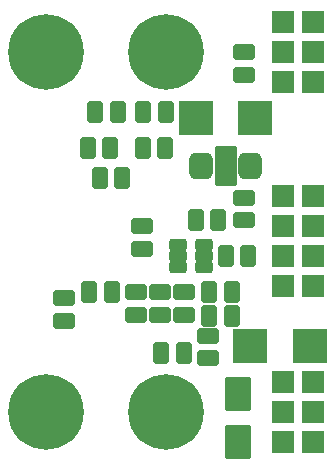
<source format=gbr>
%TF.GenerationSoftware,KiCad,Pcbnew,6.0.11+dfsg-1~bpo11+1*%
%TF.CreationDate,2023-07-05T12:13:44+00:00*%
%TF.ProjectId,SIPM02,5349504d-3032-42e6-9b69-6361645f7063,rev?*%
%TF.SameCoordinates,Original*%
%TF.FileFunction,Soldermask,Bot*%
%TF.FilePolarity,Negative*%
%FSLAX46Y46*%
G04 Gerber Fmt 4.6, Leading zero omitted, Abs format (unit mm)*
G04 Created by KiCad (PCBNEW 6.0.11+dfsg-1~bpo11+1) date 2023-07-05 12:13:44*
%MOMM*%
%LPD*%
G01*
G04 APERTURE LIST*
G04 Aperture macros list*
%AMRoundRect*
0 Rectangle with rounded corners*
0 $1 Rounding radius*
0 $2 $3 $4 $5 $6 $7 $8 $9 X,Y pos of 4 corners*
0 Add a 4 corners polygon primitive as box body*
4,1,4,$2,$3,$4,$5,$6,$7,$8,$9,$2,$3,0*
0 Add four circle primitives for the rounded corners*
1,1,$1+$1,$2,$3*
1,1,$1+$1,$4,$5*
1,1,$1+$1,$6,$7*
1,1,$1+$1,$8,$9*
0 Add four rect primitives between the rounded corners*
20,1,$1+$1,$2,$3,$4,$5,0*
20,1,$1+$1,$4,$5,$6,$7,0*
20,1,$1+$1,$6,$7,$8,$9,0*
20,1,$1+$1,$8,$9,$2,$3,0*%
%AMFreePoly0*
4,1,21,0.836777,1.680194,0.906366,1.624698,0.944986,1.544504,0.950000,1.500000,0.950000,-1.500000,0.930194,-1.586777,0.874698,-1.656366,0.794504,-1.694986,0.750000,-1.700000,-0.750000,-1.700000,-0.836777,-1.680194,-0.906366,-1.624698,-0.944986,-1.544504,-0.950000,-1.500000,-0.950000,1.500000,-0.930194,1.586777,-0.874698,1.656366,-0.794504,1.694986,-0.750000,1.700000,0.750000,1.700000,
0.836777,1.680194,0.836777,1.680194,$1*%
G04 Aperture macros list end*
%ADD10C,6.400000*%
%ADD11RoundRect,0.200000X-0.762000X-0.762000X0.762000X-0.762000X0.762000X0.762000X-0.762000X0.762000X0*%
%ADD12RoundRect,0.200000X0.762000X0.762000X-0.762000X0.762000X-0.762000X-0.762000X0.762000X-0.762000X0*%
%ADD13RoundRect,0.200000X-0.444500X-0.698500X0.444500X-0.698500X0.444500X0.698500X-0.444500X0.698500X0*%
%ADD14RoundRect,0.200000X-0.698500X0.444500X-0.698500X-0.444500X0.698500X-0.444500X0.698500X0.444500X0*%
%ADD15RoundRect,0.200000X0.444500X0.698500X-0.444500X0.698500X-0.444500X-0.698500X0.444500X-0.698500X0*%
%ADD16RoundRect,0.200000X-0.900000X1.250000X-0.900000X-1.250000X0.900000X-1.250000X0.900000X1.250000X0*%
%ADD17RoundRect,0.200000X-1.275080X-1.249680X1.275080X-1.249680X1.275080X1.249680X-1.275080X1.249680X0*%
%ADD18RoundRect,0.200000X1.275080X1.249680X-1.275080X1.249680X-1.275080X-1.249680X1.275080X-1.249680X0*%
%ADD19RoundRect,0.450000X0.537500X0.650000X-0.537500X0.650000X-0.537500X-0.650000X0.537500X-0.650000X0*%
%ADD20FreePoly0,180.000000*%
%ADD21RoundRect,0.450425X0.537075X0.649575X-0.537075X0.649575X-0.537075X-0.649575X0.537075X-0.649575X0*%
%ADD22RoundRect,0.200000X0.698500X-0.444500X0.698500X0.444500X-0.698500X0.444500X-0.698500X-0.444500X0*%
%ADD23RoundRect,0.200000X-0.530000X-0.325000X0.530000X-0.325000X0.530000X0.325000X-0.530000X0.325000X0*%
G04 APERTURE END LIST*
D10*
%TO.C,M2*%
X5207000Y5080000D03*
%TD*%
%TO.C,M3*%
X5207000Y35560000D03*
%TD*%
D11*
%TO.C,J10*%
X25273000Y20828000D03*
X27813000Y20828000D03*
%TD*%
%TO.C,J8*%
X25273000Y18288000D03*
X27813000Y18288000D03*
%TD*%
%TO.C,J4*%
X25273000Y2540000D03*
X27813000Y2540000D03*
%TD*%
%TO.C,J9*%
X25273000Y15748000D03*
X27813000Y15748000D03*
%TD*%
%TO.C,J1*%
X25273000Y33020000D03*
X27813000Y33020000D03*
%TD*%
%TO.C,J2*%
X25273000Y35560000D03*
X27813000Y35560000D03*
%TD*%
%TO.C,J3*%
X25273000Y38100000D03*
X27813000Y38100000D03*
%TD*%
D12*
%TO.C,J5*%
X27813000Y5080000D03*
X25273000Y5080000D03*
%TD*%
%TO.C,J6*%
X27813000Y7620000D03*
X25273000Y7620000D03*
%TD*%
D11*
%TO.C,J7*%
X25273000Y23368000D03*
X27813000Y23368000D03*
%TD*%
D10*
%TO.C,M1*%
X15367000Y5080000D03*
%TD*%
%TO.C,M4*%
X15367000Y35560000D03*
%TD*%
D13*
%TO.C,C5*%
X13462000Y30480000D03*
X15367000Y30480000D03*
%TD*%
%TO.C,R10*%
X17907000Y21336000D03*
X19812000Y21336000D03*
%TD*%
D14*
%TO.C,R3*%
X18923000Y11557000D03*
X18923000Y9652000D03*
%TD*%
D15*
%TO.C,C4*%
X16891000Y10096500D03*
X14986000Y10096500D03*
%TD*%
D16*
%TO.C,D1*%
X21463000Y6572000D03*
X21463000Y2572000D03*
%TD*%
D13*
%TO.C,C7*%
X19050000Y13208000D03*
X20955000Y13208000D03*
%TD*%
D17*
%TO.C,C3*%
X22494240Y10668000D03*
X27543760Y10668000D03*
%TD*%
D13*
%TO.C,C8*%
X19050000Y15240000D03*
X20955000Y15240000D03*
%TD*%
%TO.C,R2*%
X13398500Y27432000D03*
X15303500Y27432000D03*
%TD*%
D15*
%TO.C,C6*%
X10668000Y27432000D03*
X8763000Y27432000D03*
%TD*%
D18*
%TO.C,C1*%
X22956520Y29987240D03*
X17907000Y29987240D03*
%TD*%
D19*
%TO.C,C2*%
X22534500Y25908000D03*
D20*
X20447000Y25908000D03*
D21*
X18359500Y25908000D03*
%TD*%
D15*
%TO.C,C9*%
X11684000Y24892000D03*
X9779000Y24892000D03*
%TD*%
%TO.C,C10*%
X10795000Y15240000D03*
X8890000Y15240000D03*
%TD*%
D22*
%TO.C,R1*%
X21971000Y33655000D03*
X21971000Y35560000D03*
%TD*%
D13*
%TO.C,R4*%
X9398000Y30480000D03*
X11303000Y30480000D03*
%TD*%
D22*
%TO.C,R5*%
X6731000Y12827000D03*
X6731000Y14732000D03*
%TD*%
%TO.C,R6*%
X13335000Y18923000D03*
X13335000Y20828000D03*
%TD*%
%TO.C,R7*%
X14859000Y13335000D03*
X14859000Y15240000D03*
%TD*%
D14*
%TO.C,R8*%
X12827000Y15240000D03*
X12827000Y13335000D03*
%TD*%
D22*
%TO.C,R9*%
X21971000Y21336000D03*
X21971000Y23241000D03*
%TD*%
D15*
%TO.C,R11*%
X22352000Y18288000D03*
X20447000Y18288000D03*
%TD*%
D22*
%TO.C,R12*%
X16891000Y13335000D03*
X16891000Y15240000D03*
%TD*%
D23*
%TO.C,U2*%
X16383000Y17338000D03*
X16383000Y18288000D03*
X16383000Y19238000D03*
X18583000Y19238000D03*
X18583000Y18288000D03*
X18583000Y17338000D03*
%TD*%
M02*

</source>
